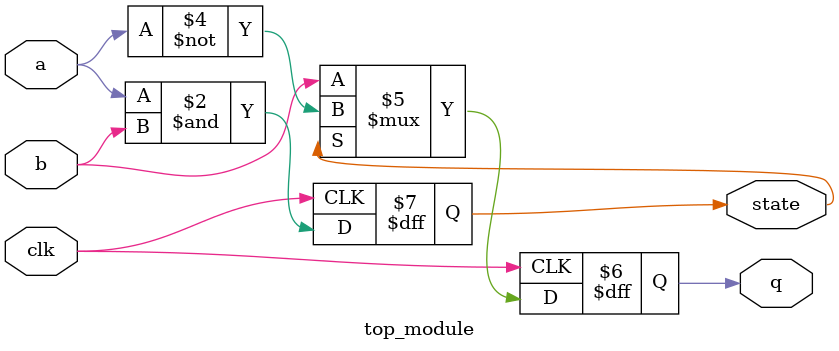
<source format=sv>
module top_module (
    input clk,
    input a,
    input b,
    output reg q,
    output reg state
);

    always @(posedge clk) begin
        // Update state logic
        state <= a & b;
    end

    always @(posedge clk) begin
        // Update output logic
        q <= state ? ~a : b;
    end

endmodule

</source>
